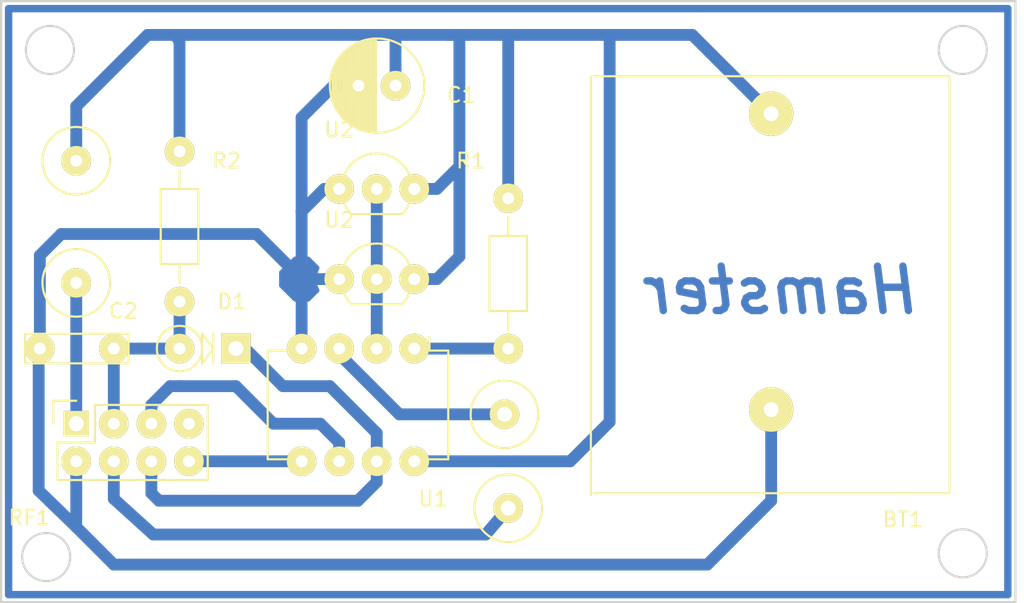
<source format=kicad_pcb>
(kicad_pcb (version 4) (host pcbnew 4.0.2+dfsg1-2~bpo8+1-stable)

  (general
    (links 28)
    (no_connects 2)
    (area 154.697999 86.117999 224.541 127.242002)
    (thickness 1.6)
    (drawings 9)
    (tracks 86)
    (zones 0)
    (modules 14)
    (nets 11)
  )

  (page A4)
  (layers
    (0 F.Cu signal)
    (31 B.Cu signal)
    (32 B.Adhes user)
    (33 F.Adhes user)
    (34 B.Paste user)
    (35 F.Paste user)
    (36 B.SilkS user)
    (37 F.SilkS user)
    (38 B.Mask user)
    (39 F.Mask user)
    (40 Dwgs.User user)
    (41 Cmts.User user)
    (42 Eco1.User user)
    (43 Eco2.User user)
    (44 Edge.Cuts user)
    (45 Margin user)
    (46 B.CrtYd user)
    (47 F.CrtYd user)
    (48 B.Fab user)
    (49 F.Fab user)
  )

  (setup
    (last_trace_width 0.8)
    (user_trace_width 0.8)
    (user_trace_width 0.8)
    (user_trace_width 1.2)
    (trace_clearance 0.5)
    (zone_clearance 0.508)
    (zone_45_only no)
    (trace_min 0.8)
    (segment_width 0.2)
    (edge_width 0.15)
    (via_size 2)
    (via_drill 0.8)
    (via_min_size 0.4)
    (via_min_drill 0.3)
    (uvia_size 0.3)
    (uvia_drill 0.1)
    (uvias_allowed no)
    (uvia_min_size 0.2)
    (uvia_min_drill 0.1)
    (pcb_text_width 0.3)
    (pcb_text_size 1.5 1.5)
    (mod_edge_width 0.15)
    (mod_text_size 1 1)
    (mod_text_width 0.15)
    (pad_size 2 2)
    (pad_drill 0.8)
    (pad_to_mask_clearance 0.2)
    (aux_axis_origin 172.212 104.648)
    (visible_elements FFFFFF7F)
    (pcbplotparams
      (layerselection 0x00000_80000000)
      (usegerberextensions false)
      (excludeedgelayer false)
      (linewidth 0.800000)
      (plotframeref false)
      (viasonmask false)
      (mode 1)
      (useauxorigin false)
      (hpglpennumber 1)
      (hpglpenspeed 20)
      (hpglpendiameter 15)
      (hpglpenoverlay 2)
      (psnegative false)
      (psa4output false)
      (plotreference false)
      (plotvalue false)
      (plotinvisibletext false)
      (padsonsilk false)
      (subtractmaskfromsilk false)
      (outputformat 4)
      (mirror false)
      (drillshape 1)
      (scaleselection 1)
      (outputdirectory /home/matsi))
  )

  (net 0 "")
  (net 1 /VCC)
  (net 2 GND)
  (net 3 "Net-(C2-Pad1)")
  (net 4 "Net-(D1-Pad1)")
  (net 5 "Net-(R1-Pad2)")
  (net 6 "Net-(U1-Pad2)")
  (net 7 "Net-(RF1-Pad4)")
  (net 8 "Net-(RF1-Pad5)")
  (net 9 "Net-(RF1-Pad7)")
  (net 10 "Net-(RF1-Pad8)")

  (net_class Default "This is the default net class."
    (clearance 0.5)
    (trace_width 0.8)
    (via_dia 2)
    (via_drill 0.8)
    (uvia_dia 0.3)
    (uvia_drill 0.1)
  )

  (net_class PWR ""
    (clearance 0.5)
    (trace_width 2)
    (via_dia 2)
    (via_drill 0.5)
    (uvia_dia 0.3)
    (uvia_drill 0.1)
  )

  (net_class Test ""
    (clearance 0.5)
    (trace_width 0.8)
    (via_dia 2)
    (via_drill 0.8)
    (uvia_dia 0.3)
    (uvia_drill 0.1)
    (add_net /VCC)
    (add_net GND)
    (add_net "Net-(C2-Pad1)")
    (add_net "Net-(D1-Pad1)")
    (add_net "Net-(R1-Pad2)")
    (add_net "Net-(RF1-Pad4)")
    (add_net "Net-(RF1-Pad5)")
    (add_net "Net-(RF1-Pad7)")
    (add_net "Net-(RF1-Pad8)")
    (add_net "Net-(U1-Pad2)")
  )

  (module Connect:1pin (layer F.Cu) (tedit 57B758A6) (tstamp 57AB998C)
    (at 188.976 114.3)
    (descr "module 1 pin (ou trou mecanique de percage)")
    (tags DEV)
    (fp_text reference "" (at 0 -3.048) (layer F.SilkS)
      (effects (font (size 1 1) (thickness 0.15)))
    )
    (fp_text value 1pin (at 3.81 4.572) (layer F.Fab)
      (effects (font (size 1 1) (thickness 0.15)))
    )
    (fp_circle (center 0 0) (end 0 -2.286) (layer F.SilkS) (width 0.15))
    (pad 1 thru_hole circle (at 0 0) (size 2 2) (drill 1) (layers *.Mask B.Cu F.SilkS)
      (net 7 "Net-(RF1-Pad4)"))
  )

  (module Connect:1pin (layer F.Cu) (tedit 57ABA29C) (tstamp 57AB997B)
    (at 189.23 120.65)
    (descr "module 1 pin (ou trou mecanique de percage)")
    (tags DEV)
    (fp_text reference "" (at 0 -3.048) (layer F.SilkS)
      (effects (font (size 1 1) (thickness 0.15)))
    )
    (fp_text value 1pin (at 0 2.794) (layer F.Fab)
      (effects (font (size 1 1) (thickness 0.15)))
    )
    (fp_circle (center 0 0) (end 0 -2.286) (layer F.SilkS) (width 0.15))
    (pad 1 thru_hole circle (at 0 0) (size 2 2) (drill 1) (layers *.Mask B.Cu F.SilkS)
      (net 7 "Net-(RF1-Pad4)"))
  )

  (module Connect:1pin (layer F.Cu) (tedit 57AF815E) (tstamp 57AB981B)
    (at 160.02 105.41)
    (descr "module 1 pin (ou trou mecanique de percage)")
    (tags DEV)
    (fp_text reference "" (at 0 -3.048) (layer F.SilkS)
      (effects (font (size 1 1) (thickness 0.15)))
    )
    (fp_text value 1pin (at 2.54 -0.635) (layer F.Fab)
      (effects (font (size 1 1) (thickness 0.15)))
    )
    (fp_circle (center 0 0) (end 0 -2.286) (layer F.SilkS) (width 0.15))
    (pad 1 thru_hole circle (at 0 0) (size 2 2) (drill 0.8) (layers *.Cu *.Mask F.SilkS)
      (net 1 /VCC))
  )

  (module Capacitors_ThroughHole:C_Radial_D6.3_L11.2_P2.5 placed (layer F.Cu) (tedit 57AF818F) (tstamp 57A63220)
    (at 181.61 92.075 180)
    (descr "Radial Electrolytic Capacitor, Diameter 6.3mm x Length 11.2mm, Pitch 2.5mm")
    (tags "Electrolytic Capacitor")
    (path /57A4DA85)
    (fp_text reference C1 (at -4.445 -0.635 180) (layer F.SilkS)
      (effects (font (size 1 1) (thickness 0.15)))
    )
    (fp_text value 10uF (at 6.35 0.635 180) (layer F.Fab)
      (effects (font (size 1 1) (thickness 0.15)))
    )
    (fp_line (start 1.325 -3.149) (end 1.325 3.149) (layer F.SilkS) (width 0.15))
    (fp_line (start 1.465 -3.143) (end 1.465 3.143) (layer F.SilkS) (width 0.15))
    (fp_line (start 1.605 -3.13) (end 1.605 -0.446) (layer F.SilkS) (width 0.15))
    (fp_line (start 1.605 0.446) (end 1.605 3.13) (layer F.SilkS) (width 0.15))
    (fp_line (start 1.745 -3.111) (end 1.745 -0.656) (layer F.SilkS) (width 0.15))
    (fp_line (start 1.745 0.656) (end 1.745 3.111) (layer F.SilkS) (width 0.15))
    (fp_line (start 1.885 -3.085) (end 1.885 -0.789) (layer F.SilkS) (width 0.15))
    (fp_line (start 1.885 0.789) (end 1.885 3.085) (layer F.SilkS) (width 0.15))
    (fp_line (start 2.025 -3.053) (end 2.025 -0.88) (layer F.SilkS) (width 0.15))
    (fp_line (start 2.025 0.88) (end 2.025 3.053) (layer F.SilkS) (width 0.15))
    (fp_line (start 2.165 -3.014) (end 2.165 -0.942) (layer F.SilkS) (width 0.15))
    (fp_line (start 2.165 0.942) (end 2.165 3.014) (layer F.SilkS) (width 0.15))
    (fp_line (start 2.305 -2.968) (end 2.305 -0.981) (layer F.SilkS) (width 0.15))
    (fp_line (start 2.305 0.981) (end 2.305 2.968) (layer F.SilkS) (width 0.15))
    (fp_line (start 2.445 -2.915) (end 2.445 -0.998) (layer F.SilkS) (width 0.15))
    (fp_line (start 2.445 0.998) (end 2.445 2.915) (layer F.SilkS) (width 0.15))
    (fp_line (start 2.585 -2.853) (end 2.585 -0.996) (layer F.SilkS) (width 0.15))
    (fp_line (start 2.585 0.996) (end 2.585 2.853) (layer F.SilkS) (width 0.15))
    (fp_line (start 2.725 -2.783) (end 2.725 -0.974) (layer F.SilkS) (width 0.15))
    (fp_line (start 2.725 0.974) (end 2.725 2.783) (layer F.SilkS) (width 0.15))
    (fp_line (start 2.865 -2.704) (end 2.865 -0.931) (layer F.SilkS) (width 0.15))
    (fp_line (start 2.865 0.931) (end 2.865 2.704) (layer F.SilkS) (width 0.15))
    (fp_line (start 3.005 -2.616) (end 3.005 -0.863) (layer F.SilkS) (width 0.15))
    (fp_line (start 3.005 0.863) (end 3.005 2.616) (layer F.SilkS) (width 0.15))
    (fp_line (start 3.145 -2.516) (end 3.145 -0.764) (layer F.SilkS) (width 0.15))
    (fp_line (start 3.145 0.764) (end 3.145 2.516) (layer F.SilkS) (width 0.15))
    (fp_line (start 3.285 -2.404) (end 3.285 -0.619) (layer F.SilkS) (width 0.15))
    (fp_line (start 3.285 0.619) (end 3.285 2.404) (layer F.SilkS) (width 0.15))
    (fp_line (start 3.425 -2.279) (end 3.425 -0.38) (layer F.SilkS) (width 0.15))
    (fp_line (start 3.425 0.38) (end 3.425 2.279) (layer F.SilkS) (width 0.15))
    (fp_line (start 3.565 -2.136) (end 3.565 2.136) (layer F.SilkS) (width 0.15))
    (fp_line (start 3.705 -1.974) (end 3.705 1.974) (layer F.SilkS) (width 0.15))
    (fp_line (start 3.845 -1.786) (end 3.845 1.786) (layer F.SilkS) (width 0.15))
    (fp_line (start 3.985 -1.563) (end 3.985 1.563) (layer F.SilkS) (width 0.15))
    (fp_line (start 4.125 -1.287) (end 4.125 1.287) (layer F.SilkS) (width 0.15))
    (fp_line (start 4.265 -0.912) (end 4.265 0.912) (layer F.SilkS) (width 0.15))
    (fp_circle (center 2.5 0) (end 2.5 -1) (layer F.SilkS) (width 0.15))
    (fp_circle (center 1.25 0) (end 1.25 -3.1875) (layer F.SilkS) (width 0.15))
    (fp_circle (center 1.25 0) (end 1.25 -3.4) (layer F.CrtYd) (width 0.05))
    (pad 2 thru_hole circle (at 2.5 0 180) (size 2 2) (drill 0.8) (layers *.Cu *.Mask F.SilkS)
      (net 2 GND))
    (pad 1 thru_hole circle (at 0 0 180) (size 2 2) (drill 0.8) (layers *.Cu *.Mask F.SilkS)
      (net 1 /VCC))
    (model Capacitors_ThroughHole.3dshapes/C_Radial_D6.3_L11.2_P2.5.wrl
      (at (xyz 0 0 0))
      (scale (xyz 1 1 1))
      (rotate (xyz 0 0 0))
    )
  )

  (module Capacitors_ThroughHole:C_Rect_L7_W2_P5 placed (layer F.Cu) (tedit 57AF816B) (tstamp 57A63226)
    (at 162.56 109.855 180)
    (descr "Film Capacitor Length 7 x Width 2mm, Pitch 5mm")
    (tags Capacitor)
    (path /57A4D9F2)
    (fp_text reference C2 (at -0.635 2.54 180) (layer F.SilkS)
      (effects (font (size 1 1) (thickness 0.15)))
    )
    (fp_text value 10nF (at 2.5 2.5 180) (layer F.Fab)
      (effects (font (size 1 1) (thickness 0.15)))
    )
    (fp_line (start -1.25 -1.25) (end 6.25 -1.25) (layer F.CrtYd) (width 0.05))
    (fp_line (start 6.25 -1.25) (end 6.25 1.25) (layer F.CrtYd) (width 0.05))
    (fp_line (start 6.25 1.25) (end -1.25 1.25) (layer F.CrtYd) (width 0.05))
    (fp_line (start -1.25 1.25) (end -1.25 -1.25) (layer F.CrtYd) (width 0.05))
    (fp_line (start -1 -1) (end 6 -1) (layer F.SilkS) (width 0.15))
    (fp_line (start 6 -1) (end 6 1) (layer F.SilkS) (width 0.15))
    (fp_line (start 6 1) (end -1 1) (layer F.SilkS) (width 0.15))
    (fp_line (start -1 1) (end -1 -1) (layer F.SilkS) (width 0.15))
    (pad 1 thru_hole circle (at 0 0 180) (size 2 2) (drill 0.8) (layers *.Cu *.Mask F.SilkS)
      (net 3 "Net-(C2-Pad1)"))
    (pad 2 thru_hole circle (at 5 0 180) (size 2 2) (drill 0.8) (layers *.Cu *.Mask F.SilkS)
      (net 2 GND))
    (model Capacitors_ThroughHole.3dshapes/C_Rect_L7_W2_P5.wrl
      (at (xyz 0.098425 0 0))
      (scale (xyz 1 1 1))
      (rotate (xyz 0 0 0))
    )
  )

  (module Resistors_ThroughHole:Resistor_Horizontal_RM10mm placed (layer F.Cu) (tedit 57AF8148) (tstamp 57A63232)
    (at 189.23 99.695 270)
    (descr "Resistor, Axial,  RM 10mm, 1/3W")
    (tags "Resistor Axial RM 10mm 1/3W")
    (path /57A54A3D)
    (fp_text reference R1 (at -2.54 2.54 360) (layer F.SilkS)
      (effects (font (size 1 1) (thickness 0.15)))
    )
    (fp_text value 10K (at 0.635 3.175 360) (layer F.Fab)
      (effects (font (size 1 1) (thickness 0.15)))
    )
    (fp_line (start -1.25 -1.5) (end 11.4 -1.5) (layer F.CrtYd) (width 0.05))
    (fp_line (start -1.25 1.5) (end -1.25 -1.5) (layer F.CrtYd) (width 0.05))
    (fp_line (start 11.4 -1.5) (end 11.4 1.5) (layer F.CrtYd) (width 0.05))
    (fp_line (start -1.25 1.5) (end 11.4 1.5) (layer F.CrtYd) (width 0.05))
    (fp_line (start 2.54 -1.27) (end 7.62 -1.27) (layer F.SilkS) (width 0.15))
    (fp_line (start 7.62 -1.27) (end 7.62 1.27) (layer F.SilkS) (width 0.15))
    (fp_line (start 7.62 1.27) (end 2.54 1.27) (layer F.SilkS) (width 0.15))
    (fp_line (start 2.54 1.27) (end 2.54 -1.27) (layer F.SilkS) (width 0.15))
    (fp_line (start 2.54 0) (end 1.27 0) (layer F.SilkS) (width 0.15))
    (fp_line (start 7.62 0) (end 8.89 0) (layer F.SilkS) (width 0.15))
    (pad 1 thru_hole circle (at 0 0 270) (size 2 2) (drill 0.8) (layers *.Cu *.Mask F.SilkS)
      (net 1 /VCC))
    (pad 2 thru_hole circle (at 10.16 0 270) (size 2 2) (drill 0.8) (layers *.Cu *.Mask F.SilkS)
      (net 5 "Net-(R1-Pad2)"))
    (model Resistors_ThroughHole.3dshapes/Resistor_Horizontal_RM10mm.wrl
      (at (xyz 0 0 0))
      (scale (xyz 0.4 0.4 0.4))
      (rotate (xyz 0 0 0))
    )
  )

  (module Resistors_ThroughHole:Resistor_Horizontal_RM10mm placed (layer F.Cu) (tedit 57AF8153) (tstamp 57A63238)
    (at 167.005 96.52 270)
    (descr "Resistor, Axial,  RM 10mm, 1/3W")
    (tags "Resistor Axial RM 10mm 1/3W")
    (path /57A4D937)
    (fp_text reference R2 (at 0.635 -3.175 360) (layer F.SilkS)
      (effects (font (size 1 1) (thickness 0.15)))
    )
    (fp_text value 20K (at 3.81 3.175 360) (layer F.Fab)
      (effects (font (size 1 1) (thickness 0.15)))
    )
    (fp_line (start -1.25 -1.5) (end 11.4 -1.5) (layer F.CrtYd) (width 0.05))
    (fp_line (start -1.25 1.5) (end -1.25 -1.5) (layer F.CrtYd) (width 0.05))
    (fp_line (start 11.4 -1.5) (end 11.4 1.5) (layer F.CrtYd) (width 0.05))
    (fp_line (start -1.25 1.5) (end 11.4 1.5) (layer F.CrtYd) (width 0.05))
    (fp_line (start 2.54 -1.27) (end 7.62 -1.27) (layer F.SilkS) (width 0.15))
    (fp_line (start 7.62 -1.27) (end 7.62 1.27) (layer F.SilkS) (width 0.15))
    (fp_line (start 7.62 1.27) (end 2.54 1.27) (layer F.SilkS) (width 0.15))
    (fp_line (start 2.54 1.27) (end 2.54 -1.27) (layer F.SilkS) (width 0.15))
    (fp_line (start 2.54 0) (end 1.27 0) (layer F.SilkS) (width 0.15))
    (fp_line (start 7.62 0) (end 8.89 0) (layer F.SilkS) (width 0.15))
    (pad 1 thru_hole circle (at 0 0 270) (size 2 2) (drill 0.8) (layers *.Cu *.Mask F.SilkS)
      (net 1 /VCC))
    (pad 2 thru_hole circle (at 10.16 0 270) (size 2 2) (drill 0.8) (layers *.Cu *.Mask F.SilkS)
      (net 3 "Net-(C2-Pad1)"))
    (model Resistors_ThroughHole.3dshapes/Resistor_Horizontal_RM10mm.wrl
      (at (xyz 0 0 0))
      (scale (xyz 0.4 0.4 0.4))
      (rotate (xyz 0 0 0))
    )
  )

  (module Socket_Strips:Socket_Strip_Straight_2x04 placed (layer F.Cu) (tedit 57AF81D0) (tstamp 57A63244)
    (at 160.02 114.935)
    (descr "Through hole socket strip")
    (tags "socket strip")
    (path /57A39479)
    (fp_text reference RF1 (at -3.175 6.35) (layer F.SilkS)
      (effects (font (size 1 1) (thickness 0.15)))
    )
    (fp_text value nRF24L01+ (at 0 -3.1) (layer F.Fab)
      (effects (font (size 1 1) (thickness 0.15)))
    )
    (fp_line (start -1.75 -1.75) (end -1.75 4.3) (layer F.CrtYd) (width 0.05))
    (fp_line (start 9.4 -1.75) (end 9.4 4.3) (layer F.CrtYd) (width 0.05))
    (fp_line (start -1.75 -1.75) (end 9.4 -1.75) (layer F.CrtYd) (width 0.05))
    (fp_line (start -1.75 4.3) (end 9.4 4.3) (layer F.CrtYd) (width 0.05))
    (fp_line (start 1.27 -1.27) (end 8.89 -1.27) (layer F.SilkS) (width 0.15))
    (fp_line (start 8.89 -1.27) (end 8.89 3.81) (layer F.SilkS) (width 0.15))
    (fp_line (start 8.89 3.81) (end -1.27 3.81) (layer F.SilkS) (width 0.15))
    (fp_line (start -1.27 3.81) (end -1.27 1.27) (layer F.SilkS) (width 0.15))
    (fp_line (start 0 -1.55) (end -1.55 -1.55) (layer F.SilkS) (width 0.15))
    (fp_line (start -1.27 1.27) (end 1.27 1.27) (layer F.SilkS) (width 0.15))
    (fp_line (start 1.27 1.27) (end 1.27 -1.27) (layer F.SilkS) (width 0.15))
    (fp_line (start -1.55 -1.55) (end -1.55 0) (layer F.SilkS) (width 0.15))
    (pad 1 thru_hole rect (at 0 0) (size 1.7272 1.7272) (drill 1.016) (layers *.Cu *.Mask F.SilkS)
      (net 1 /VCC))
    (pad 2 thru_hole circle (at 0 2.54) (size 2 2) (drill 0.8) (layers *.Cu *.Mask F.SilkS)
      (net 2 GND))
    (pad 3 thru_hole circle (at 2.54 0) (size 2 2) (drill 0.8) (layers *.Cu *.Mask F.SilkS)
      (net 3 "Net-(C2-Pad1)"))
    (pad 4 thru_hole circle (at 2.54 2.54) (size 2 2) (drill 0.8) (layers *.Cu *.Mask F.SilkS)
      (net 7 "Net-(RF1-Pad4)"))
    (pad 5 thru_hole circle (at 5.08 0) (size 2 2) (drill 0.8) (layers *.Cu *.Mask F.SilkS)
      (net 8 "Net-(RF1-Pad5)"))
    (pad 6 thru_hole circle (at 5.08 2.54) (size 2 2) (drill 0.8) (layers *.Cu *.Mask F.SilkS)
      (net 4 "Net-(D1-Pad1)"))
    (pad 7 thru_hole circle (at 7.62 0) (size 2 2) (drill 0.8) (layers *.Cu *.Mask F.SilkS)
      (net 9 "Net-(RF1-Pad7)"))
    (pad 8 thru_hole circle (at 7.62 2.54) (size 2 2) (drill 0.8) (layers *.Cu *.Mask F.SilkS)
      (net 10 "Net-(RF1-Pad8)"))
    (model Socket_Strips.3dshapes/Socket_Strip_Straight_2x04.wrl
      (at (xyz 0.15 -0.05 0))
      (scale (xyz 1 1 1))
      (rotate (xyz 0 0 180))
    )
  )

  (module Housings_DIP:DIP-8_W7.62mm placed (layer F.Cu) (tedit 57AF8129) (tstamp 57A63250)
    (at 182.88 109.855 270)
    (descr "8-lead dip package, row spacing 7.62 mm (300 mils)")
    (tags "dil dip 2.54 300")
    (path /57A39648)
    (fp_text reference U1 (at 10.16 -1.27 360) (layer F.SilkS)
      (effects (font (size 1 1) (thickness 0.15)))
    )
    (fp_text value ATTINY45-P (at 0 -3.72 270) (layer F.Fab)
      (effects (font (size 1 1) (thickness 0.15)))
    )
    (fp_line (start -1.05 -2.45) (end -1.05 10.1) (layer F.CrtYd) (width 0.05))
    (fp_line (start 8.65 -2.45) (end 8.65 10.1) (layer F.CrtYd) (width 0.05))
    (fp_line (start -1.05 -2.45) (end 8.65 -2.45) (layer F.CrtYd) (width 0.05))
    (fp_line (start -1.05 10.1) (end 8.65 10.1) (layer F.CrtYd) (width 0.05))
    (fp_line (start 0.135 -2.295) (end 0.135 -1.025) (layer F.SilkS) (width 0.15))
    (fp_line (start 7.485 -2.295) (end 7.485 -1.025) (layer F.SilkS) (width 0.15))
    (fp_line (start 7.485 9.915) (end 7.485 8.645) (layer F.SilkS) (width 0.15))
    (fp_line (start 0.135 9.915) (end 0.135 8.645) (layer F.SilkS) (width 0.15))
    (fp_line (start 0.135 -2.295) (end 7.485 -2.295) (layer F.SilkS) (width 0.15))
    (fp_line (start 0.135 9.915) (end 7.485 9.915) (layer F.SilkS) (width 0.15))
    (fp_line (start 0.135 -1.025) (end -0.8 -1.025) (layer F.SilkS) (width 0.15))
    (pad 1 thru_hole circle (at 0 0 270) (size 2 2) (drill 0.8) (layers *.Cu *.Mask F.SilkS)
      (net 5 "Net-(R1-Pad2)"))
    (pad 2 thru_hole circle (at 0 2.54 270) (size 2 2) (drill 0.8) (layers *.Cu *.Mask F.SilkS)
      (net 6 "Net-(U1-Pad2)"))
    (pad 3 thru_hole circle (at 0 5.08 270) (size 2 2) (drill 0.8) (layers *.Cu *.Mask F.SilkS)
      (net 7 "Net-(RF1-Pad4)"))
    (pad 4 thru_hole circle (at 0 7.62 270) (size 2 2) (drill 0.8) (layers *.Cu *.Mask F.SilkS)
      (net 2 GND))
    (pad 5 thru_hole circle (at 7.62 7.62 270) (size 2 2) (drill 0.8) (layers *.Cu *.Mask F.SilkS)
      (net 10 "Net-(RF1-Pad8)"))
    (pad 6 thru_hole circle (at 7.62 5.08 270) (size 2 2) (drill 0.8) (layers *.Cu *.Mask F.SilkS)
      (net 8 "Net-(RF1-Pad5)"))
    (pad 7 thru_hole circle (at 7.62 2.54 270) (size 2 2) (drill 0.8) (layers *.Cu *.Mask F.SilkS)
      (net 4 "Net-(D1-Pad1)"))
    (pad 8 thru_hole circle (at 7.62 0 270) (size 2 2) (drill 0.8) (layers *.Cu *.Mask F.SilkS)
      (net 1 /VCC))
    (model Housings_DIP.3dshapes/DIP-8_W7.62mm.wrl
      (at (xyz 0 0 0))
      (scale (xyz 1 1 1))
      (rotate (xyz 0 0 0))
    )
  )

  (module Connect:1pin (layer F.Cu) (tedit 57AF8157) (tstamp 57AB97B3)
    (at 160.02 97.155)
    (descr "module 1 pin (ou trou mecanique de percage)")
    (tags DEV)
    (fp_text reference "" (at 0 -3.048) (layer F.SilkS)
      (effects (font (size 1 1) (thickness 0.15)))
    )
    (fp_text value 1pin (at -2.54 -3.175) (layer F.Fab)
      (effects (font (size 1 1) (thickness 0.15)))
    )
    (fp_circle (center 0 0) (end 0 -2.286) (layer F.SilkS) (width 0.15))
    (pad 1 thru_hole circle (at 0 0) (size 2 2) (drill 0.8) (layers *.Cu *.Mask F.SilkS)
      (net 1 /VCC))
  )

  (module TO_SOT_Packages_THT:TO-92_Inline_Wide (layer F.Cu) (tedit 57AF8187) (tstamp 57B0993F)
    (at 177.8 105.156)
    (descr "TO-92 leads in-line, wide, drill 0.8mm (see NXP sot054_po.pdf)")
    (tags "to-92 sc-43 sc-43a sot54 PA33 transistor")
    (path /57A500D2)
    (fp_text reference U2 (at 0 -4 180) (layer F.SilkS)
      (effects (font (size 1 1) (thickness 0.15)))
    )
    (fp_text value DS18B20 (at 0 3) (layer F.Fab)
      (effects (font (size 1 1) (thickness 0.15)))
    )
    (fp_arc (start 2.54 0) (end 0.84 1.7) (angle 20.5) (layer F.SilkS) (width 0.15))
    (fp_arc (start 2.54 0) (end 4.24 1.7) (angle -20.5) (layer F.SilkS) (width 0.15))
    (fp_line (start -1 1.95) (end -1 -2.65) (layer F.CrtYd) (width 0.05))
    (fp_line (start -1 1.95) (end 6.1 1.95) (layer F.CrtYd) (width 0.05))
    (fp_line (start 0.84 1.7) (end 4.24 1.7) (layer F.SilkS) (width 0.15))
    (fp_arc (start 2.54 0) (end 2.54 -2.4) (angle -65.55604127) (layer F.SilkS) (width 0.15))
    (fp_arc (start 2.54 0) (end 2.54 -2.4) (angle 65.55604127) (layer F.SilkS) (width 0.15))
    (fp_line (start -1 -2.65) (end 6.1 -2.65) (layer F.CrtYd) (width 0.05))
    (fp_line (start 6.1 1.95) (end 6.1 -2.65) (layer F.CrtYd) (width 0.05))
    (pad 2 thru_hole circle (at 2.54 0) (size 2 2) (drill 0.8) (layers *.Cu *.Mask F.SilkS)
      (net 6 "Net-(U1-Pad2)"))
    (pad 3 thru_hole circle (at 5.08 0) (size 2 2) (drill 0.8) (layers *.Cu *.Mask F.SilkS)
      (net 1 /VCC))
    (pad 1 thru_hole circle (at 0 0) (size 2 2) (drill 0.8) (layers *.Cu *.Mask F.SilkS)
      (net 2 GND))
    (model TO_SOT_Packages_THT.3dshapes/TO-92_Inline_Wide.wrl
      (at (xyz 0.1 0 0))
      (scale (xyz 1 1 1))
      (rotate (xyz 0 0 -90))
    )
  )

  (module TO_SOT_Packages_THT:TO-92_Inline_Wide (layer F.Cu) (tedit 57AF813A) (tstamp 57A63257)
    (at 177.8 99.06)
    (descr "TO-92 leads in-line, wide, drill 0.8mm (see NXP sot054_po.pdf)")
    (tags "to-92 sc-43 sc-43a sot54 PA33 transistor")
    (path /57A500D2)
    (fp_text reference U2 (at 0 -4 180) (layer F.SilkS)
      (effects (font (size 1 1) (thickness 0.15)))
    )
    (fp_text value DS18B20 (at 0 3) (layer F.Fab)
      (effects (font (size 1 1) (thickness 0.15)))
    )
    (fp_arc (start 2.54 0) (end 0.84 1.7) (angle 20.5) (layer F.SilkS) (width 0.15))
    (fp_arc (start 2.54 0) (end 4.24 1.7) (angle -20.5) (layer F.SilkS) (width 0.15))
    (fp_line (start -1 1.95) (end -1 -2.65) (layer F.CrtYd) (width 0.05))
    (fp_line (start -1 1.95) (end 6.1 1.95) (layer F.CrtYd) (width 0.05))
    (fp_line (start 0.84 1.7) (end 4.24 1.7) (layer F.SilkS) (width 0.15))
    (fp_arc (start 2.54 0) (end 2.54 -2.4) (angle -65.55604127) (layer F.SilkS) (width 0.15))
    (fp_arc (start 2.54 0) (end 2.54 -2.4) (angle 65.55604127) (layer F.SilkS) (width 0.15))
    (fp_line (start -1 -2.65) (end 6.1 -2.65) (layer F.CrtYd) (width 0.05))
    (fp_line (start 6.1 1.95) (end 6.1 -2.65) (layer F.CrtYd) (width 0.05))
    (pad 2 thru_hole circle (at 2.54 0) (size 2 2) (drill 0.8) (layers *.Cu *.Mask F.SilkS)
      (net 6 "Net-(U1-Pad2)"))
    (pad 3 thru_hole circle (at 5.08 0) (size 2 2) (drill 0.8) (layers *.Cu *.Mask F.SilkS)
      (net 1 /VCC))
    (pad 1 thru_hole circle (at 0 0) (size 2 2) (drill 0.8) (layers *.Cu *.Mask F.SilkS)
      (net 2 GND))
    (model TO_SOT_Packages_THT.3dshapes/TO-92_Inline_Wide.wrl
      (at (xyz 0.1 0 0))
      (scale (xyz 1 1 1))
      (rotate (xyz 0 0 -90))
    )
  )

  (module hamster_parts:bh642 (layer F.Cu) (tedit 57B757FA) (tstamp 57A6321A)
    (at 207.01 93.98 270)
    (path /57A51883)
    (fp_text reference BT1 (at 27.432 -8.89 360) (layer F.SilkS)
      (effects (font (size 1 1) (thickness 0.15)))
    )
    (fp_text value 3V3 (at -0.254 -16.256 270) (layer F.Fab)
      (effects (font (size 1 1) (thickness 0.15)))
    )
    (fp_line (start -2.54 -12.065) (end 25.527 -12.065) (layer F.SilkS) (width 0.15))
    (fp_line (start -2.54 12.192) (end 25.781 12.192) (layer F.SilkS) (width 0.15))
    (fp_line (start -2.54 0) (end -2.54 -12) (layer F.SilkS) (width 0.15))
    (fp_line (start 25.654 -12) (end 25.654 12) (layer F.SilkS) (width 0.15))
    (fp_line (start -2.54 12) (end -2.54 0) (layer F.SilkS) (width 0.15))
    (pad 1 thru_hole circle (at 0 0 270) (size 3 3) (drill 1) (layers *.Cu *.Mask F.SilkS)
      (net 1 /VCC))
    (pad 2 thru_hole circle (at 20 0 270) (size 3 3) (drill 1) (layers *.Cu *.Mask F.SilkS)
      (net 2 GND))
  )

  (module Diodes_ThroughHole:Diode_DO-41_SOD81_Vertical_KathodeUp (layer F.Cu) (tedit 57B75844) (tstamp 57B757AC)
    (at 170.815 109.855 180)
    (descr "Diode, DO-41, SOD81, Vertica,l Anode Up,")
    (tags "Diode, DO-41, SOD81, Vertical, Anode Up, 1N4007, SB140,")
    (path /57A4DAE5)
    (fp_text reference D1 (at 0.27178 3.175 180) (layer F.SilkS)
      (effects (font (size 1 1) (thickness 0.15)))
    )
    (fp_text value 1N1448 (at 0 -2.7 180) (layer F.Fab)
      (effects (font (size 1 1) (thickness 0.15)))
    )
    (fp_circle (center 3.81 0) (end 2.413 0.635) (layer F.SilkS) (width 0.15))
    (fp_line (start 2.286 -1.016) (end 2.286 1.016) (layer F.SilkS) (width 0.15))
    (fp_line (start 1.524 0) (end 2.286 1.016) (layer F.SilkS) (width 0.15))
    (fp_line (start 2.286 -1.016) (end 1.524 0) (layer F.SilkS) (width 0.15))
    (fp_line (start 1.524 -1.016) (end 1.524 1.016) (layer F.SilkS) (width 0.15))
    (pad 2 thru_hole circle (at 3.81 0) (size 2 2) (drill 0.8) (layers *.Cu *.Mask F.SilkS)
      (net 3 "Net-(C2-Pad1)"))
    (pad 1 thru_hole rect (at 0 0) (size 1.99898 1.99898) (drill 1.00076) (layers *.Cu *.Mask F.SilkS)
      (net 4 "Net-(D1-Pad1)"))
  )

  (gr_text Hamster (at 207.772 105.918) (layer B.Cu)
    (effects (font (size 3 3) (thickness 0.5) italic) (justify mirror))
  )
  (gr_circle (center 219.964 89.662) (end 220.98 90.932) (layer Edge.Cuts) (width 0.15) (tstamp 57A8D91D))
  (gr_circle (center 219.964 123.698) (end 220.98 124.968) (layer Edge.Cuts) (width 0.15) (tstamp 57A8D8FA))
  (gr_circle (center 157.988 123.952) (end 159.004 125.222) (layer Edge.Cuts) (width 0.15) (tstamp 57A8D8EA))
  (gr_circle (center 158.242 89.662) (end 159.258 90.932) (layer Edge.Cuts) (width 0.15))
  (gr_line (start 154.94 127) (end 154.94 86.36) (angle 90) (layer Edge.Cuts) (width 0.15))
  (gr_line (start 223.52 127) (end 154.94 127) (angle 90) (layer Edge.Cuts) (width 0.15))
  (gr_line (start 223.52 86.36) (end 223.52 127) (angle 90) (layer Edge.Cuts) (width 0.15))
  (gr_line (start 154.94 86.36) (end 223.52 86.36) (angle 90) (layer Edge.Cuts) (width 0.15))

  (segment (start 223.012 86.868) (end 155.448 86.868) (width 0.5) (layer B.Cu) (net 0))
  (segment (start 223.012 126.492) (end 155.448 126.492) (width 0.5) (layer B.Cu) (net 0))
  (segment (start 155.448 126.492) (end 155.448 86.868) (width 0.5) (layer B.Cu) (net 0))
  (segment (start 223.012 86.868) (end 223.012 126.492) (width 0.5) (layer B.Cu) (net 0))
  (segment (start 182.88 117.475) (end 193.421 117.475) (width 0.8) (layer B.Cu) (net 1))
  (segment (start 196.088 114.808) (end 196.088 88.646) (width 0.8) (layer B.Cu) (net 1) (tstamp 57B7BFA9))
  (segment (start 193.421 117.475) (end 196.088 114.808) (width 0.8) (layer B.Cu) (net 1) (tstamp 57B7BFA7))
  (segment (start 182.88 99.06) (end 184.404 99.06) (width 0.8) (layer B.Cu) (net 1))
  (segment (start 184.404 99.06) (end 185.928 97.536) (width 0.8) (layer B.Cu) (net 1) (tstamp 57B7BF61))
  (segment (start 182.88 105.156) (end 184.404 105.156) (width 0.8) (layer B.Cu) (net 1))
  (segment (start 185.928 103.632) (end 185.928 97.536) (width 0.8) (layer B.Cu) (net 1) (tstamp 57B7BF58))
  (segment (start 185.928 97.536) (end 185.928 88.646) (width 0.8) (layer B.Cu) (net 1) (tstamp 57B7BF64))
  (segment (start 184.404 105.156) (end 185.928 103.632) (width 0.8) (layer B.Cu) (net 1) (tstamp 57B7BF57))
  (segment (start 181.61 92.075) (end 181.61 88.9) (width 0.8) (layer B.Cu) (net 1))
  (segment (start 181.61 88.9) (end 181.356 88.646) (width 0.8) (layer B.Cu) (net 1) (tstamp 57AE2600))
  (segment (start 189.23 99.695) (end 189.23 88.9) (width 0.8) (layer B.Cu) (net 1))
  (segment (start 189.23 88.646) (end 189.23 88.9) (width 0.8) (layer B.Cu) (net 1) (tstamp 57ACCFC8))
  (segment (start 189.23 88.9) (end 189.23 88.646) (width 0.8) (layer B.Cu) (net 1) (tstamp 57ACCFD6))
  (segment (start 167.005 96.52) (end 167.005 88.646) (width 0.8) (layer B.Cu) (net 1))
  (segment (start 166.878 88.9) (end 166.878 88.646) (width 0.8) (layer B.Cu) (net 1) (tstamp 57ACCFA9))
  (segment (start 166.878 88.773) (end 166.878 88.9) (width 0.8) (layer B.Cu) (net 1) (tstamp 57ACCFA8))
  (segment (start 167.005 88.646) (end 166.878 88.773) (width 0.8) (layer B.Cu) (net 1) (tstamp 57ACCFA5))
  (segment (start 160.02 97.155) (end 160.02 93.472) (width 0.8) (layer B.Cu) (net 1))
  (segment (start 160.02 93.472) (end 164.846 88.646) (width 0.8) (layer B.Cu) (net 1) (tstamp 57ACCE69))
  (segment (start 164.846 88.646) (end 166.878 88.646) (width 0.8) (layer B.Cu) (net 1) (tstamp 57ACCE72))
  (segment (start 166.878 88.646) (end 181.356 88.646) (width 0.8) (layer B.Cu) (net 1) (tstamp 57ACCFAA))
  (segment (start 181.356 88.646) (end 185.166 88.646) (width 0.8) (layer B.Cu) (net 1) (tstamp 57AE25ED))
  (segment (start 185.166 88.646) (end 185.928 88.646) (width 0.8) (layer B.Cu) (net 1) (tstamp 57AE2595))
  (segment (start 185.928 88.646) (end 189.23 88.646) (width 0.8) (layer B.Cu) (net 1) (tstamp 57B7BF5B))
  (segment (start 189.23 88.646) (end 196.088 88.646) (width 0.8) (layer B.Cu) (net 1) (tstamp 57ACCFD7))
  (segment (start 196.088 88.646) (end 201.676 88.646) (width 0.8) (layer B.Cu) (net 1) (tstamp 57B7BFAC))
  (segment (start 201.676 88.646) (end 207.01 93.98) (width 0.8) (layer B.Cu) (net 1) (tstamp 57ACCE7A))
  (segment (start 160.02 114.935) (end 160.02 105.41) (width 0.8) (layer B.Cu) (net 1))
  (segment (start 177.8 99.06) (end 176.784 99.06) (width 0.8) (layer B.Cu) (net 2))
  (segment (start 176.784 99.06) (end 175.26 100.584) (width 0.8) (layer B.Cu) (net 2) (tstamp 57B7BF68))
  (segment (start 177.8 105.156) (end 175.26 105.156) (width 0.8) (layer B.Cu) (net 2))
  (segment (start 179.11 92.075) (end 177.419 92.075) (width 0.8) (layer B.Cu) (net 2))
  (segment (start 175.26 94.234) (end 175.26 100.584) (width 0.8) (layer B.Cu) (net 2) (tstamp 57AE255C))
  (segment (start 175.26 100.584) (end 175.26 105.156) (width 0.8) (layer B.Cu) (net 2) (tstamp 57B7BF6B))
  (segment (start 177.419 92.075) (end 175.26 94.234) (width 0.8) (layer B.Cu) (net 2) (tstamp 57AE2559))
  (segment (start 157.56 109.855) (end 157.56 103.552) (width 0.8) (layer B.Cu) (net 2))
  (segment (start 157.56 103.552) (end 159.004 102.108) (width 0.8) (layer B.Cu) (net 2) (tstamp 57AE241D))
  (segment (start 159.004 102.108) (end 172.212 102.108) (width 0.8) (layer B.Cu) (net 2) (tstamp 57AE2422))
  (segment (start 172.212 102.108) (end 175.26 105.156) (width 0.8) (layer B.Cu) (net 2) (tstamp 57AE2427))
  (segment (start 175.26 105.156) (end 175.26 109.855) (width 0.8) (layer B.Cu) (net 2))
  (segment (start 162.56 124.46) (end 202.692 124.46) (width 0.8) (layer B.Cu) (net 2))
  (segment (start 160.02 121.92) (end 162.56 124.46) (width 0.8) (layer B.Cu) (net 2) (tstamp 57B097CA))
  (segment (start 207.01 120.142) (end 207.01 113.98) (width 0.8) (layer B.Cu) (net 2) (tstamp 57ACCF1A))
  (segment (start 202.692 124.46) (end 207.01 120.142) (width 0.8) (layer B.Cu) (net 2) (tstamp 57ACCF13))
  (segment (start 157.4 109.775) (end 157.48 109.855) (width 0.8) (layer B.Cu) (net 2) (tstamp 57B098CD))
  (segment (start 157.48 109.855) (end 157.48 119.46) (width 0.8) (layer B.Cu) (net 2))
  (segment (start 157.48 119.46) (end 160.02 121.92) (width 0.8) (layer B.Cu) (net 2) (tstamp 57B097DF))
  (segment (start 160.02 117.475) (end 160.02 121.92) (width 0.8) (layer B.Cu) (net 2))
  (segment (start 167.005 106.68) (end 167.005 109.855) (width 0.8) (layer B.Cu) (net 3))
  (segment (start 162.56 109.855) (end 167.005 109.855) (width 0.8) (layer B.Cu) (net 3))
  (segment (start 162.56 109.855) (end 162.56 114.935) (width 0.8) (layer B.Cu) (net 3) (tstamp 57AB9727) (status 10))
  (segment (start 165.1 117.475) (end 165.1 119.634) (width 0.8) (layer B.Cu) (net 4))
  (segment (start 180.34 118.872) (end 180.34 117.475) (width 0.8) (layer B.Cu) (net 4) (tstamp 57ACCBD3))
  (segment (start 179.07 120.142) (end 180.34 118.872) (width 0.8) (layer B.Cu) (net 4) (tstamp 57ACCBCF))
  (segment (start 165.608 120.142) (end 179.07 120.142) (width 0.8) (layer B.Cu) (net 4) (tstamp 57ACCBCE))
  (segment (start 165.1 119.634) (end 165.608 120.142) (width 0.8) (layer B.Cu) (net 4) (tstamp 57ACCBCB))
  (segment (start 170.815 109.855) (end 171.45 109.855) (width 0.8) (layer B.Cu) (net 4))
  (segment (start 171.45 109.855) (end 173.99 112.395) (width 0.8) (layer B.Cu) (net 4) (tstamp 57B09825))
  (segment (start 180.34 115.57) (end 180.34 117.475) (width 0.8) (layer B.Cu) (net 4) (tstamp 57B0982A))
  (segment (start 177.165 112.395) (end 180.34 115.57) (width 0.8) (layer B.Cu) (net 4) (tstamp 57B09828))
  (segment (start 173.99 112.395) (end 177.165 112.395) (width 0.8) (layer B.Cu) (net 4) (tstamp 57B09826))
  (segment (start 182.88 109.855) (end 189.23 109.855) (width 0.8) (layer B.Cu) (net 5))
  (segment (start 180.34 99.06) (end 180.34 105.156) (width 0.8) (layer B.Cu) (net 6))
  (segment (start 180.34 105.156) (end 180.34 109.855) (width 0.8) (layer B.Cu) (net 6) (tstamp 57B7BF75))
  (segment (start 177.8 109.855) (end 177.8 110.236) (width 0.8) (layer B.Cu) (net 7))
  (segment (start 177.8 110.236) (end 181.864 114.3) (width 0.8) (layer B.Cu) (net 7) (tstamp 57B7BFA2))
  (segment (start 181.864 114.3) (end 188.976 114.3) (width 0.8) (layer B.Cu) (net 7) (tstamp 57B7BFA3))
  (segment (start 162.56 117.475) (end 162.56 120.015) (width 0.8) (layer B.Cu) (net 7))
  (segment (start 162.56 120.015) (end 165.227 122.428) (width 0.8) (layer B.Cu) (net 7) (tstamp 57B097BC))
  (segment (start 165.227 122.428) (end 187.706 122.428) (width 0.8) (layer B.Cu) (net 7) (tstamp 57B097BD))
  (segment (start 187.706 122.428) (end 189.23 120.65) (width 0.8) (layer B.Cu) (net 7) (tstamp 57B097BE))
  (segment (start 177.8 117.475) (end 177.8 116.205) (width 0.8) (layer B.Cu) (net 8))
  (segment (start 165.1 113.665) (end 165.1 114.935) (width 0.8) (layer B.Cu) (net 8) (tstamp 57B097EA))
  (segment (start 166.37 112.395) (end 165.1 113.665) (width 0.8) (layer B.Cu) (net 8) (tstamp 57B097E9))
  (segment (start 167.005 112.395) (end 166.37 112.395) (width 0.8) (layer B.Cu) (net 8) (tstamp 57B097E8))
  (segment (start 170.815 112.395) (end 167.005 112.395) (width 0.8) (layer B.Cu) (net 8) (tstamp 57B097E7))
  (segment (start 173.355 114.935) (end 170.815 112.395) (width 0.8) (layer B.Cu) (net 8) (tstamp 57B097E6))
  (segment (start 176.53 114.935) (end 173.355 114.935) (width 0.8) (layer B.Cu) (net 8) (tstamp 57B097E5))
  (segment (start 177.8 116.205) (end 176.53 114.935) (width 0.8) (layer B.Cu) (net 8) (tstamp 57B097E4))
  (segment (start 165.1 114.935) (end 165.1 114.3) (width 0.8) (layer B.Cu) (net 8) (status 30))
  (segment (start 167.64 117.475) (end 175.26 117.475) (width 0.8) (layer B.Cu) (net 10))

  (zone (net 2) (net_name GND) (layer B.Cu) (tstamp 57AE23D8) (hatch edge 0.508)
    (connect_pads (clearance 0.508))
    (min_thickness 0.254)
    (fill yes (arc_segments 16) (thermal_gap 0.508) (thermal_bridge_width 0.508) (smoothing chamfer))
    (polygon
      (pts
        (xy 176.784 104.648) (xy 176.784 105.664) (xy 175.768 106.68) (xy 174.752 106.68) (xy 173.736 105.664)
        (xy 173.736 104.648) (xy 174.752 103.632) (xy 175.768 103.632) (xy 176.784 104.648)
      )
    )
    (filled_polygon
      (pts
        (xy 176.342017 104.385623) (xy 176.154092 104.891461) (xy 176.178144 105.54146) (xy 176.338881 105.929513) (xy 175.715394 106.553)
        (xy 174.804606 106.553) (xy 173.863 105.611394) (xy 173.863 104.700606) (xy 174.804606 103.759) (xy 175.715394 103.759)
      )
    )
  )
)

</source>
